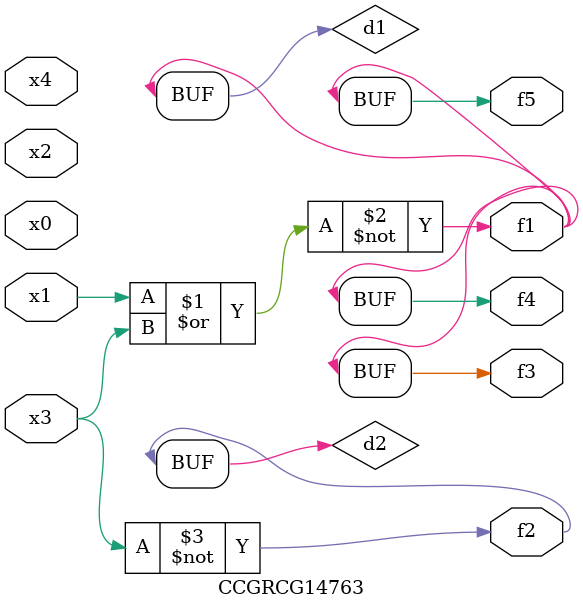
<source format=v>
module CCGRCG14763(
	input x0, x1, x2, x3, x4,
	output f1, f2, f3, f4, f5
);

	wire d1, d2;

	nor (d1, x1, x3);
	not (d2, x3);
	assign f1 = d1;
	assign f2 = d2;
	assign f3 = d1;
	assign f4 = d1;
	assign f5 = d1;
endmodule

</source>
